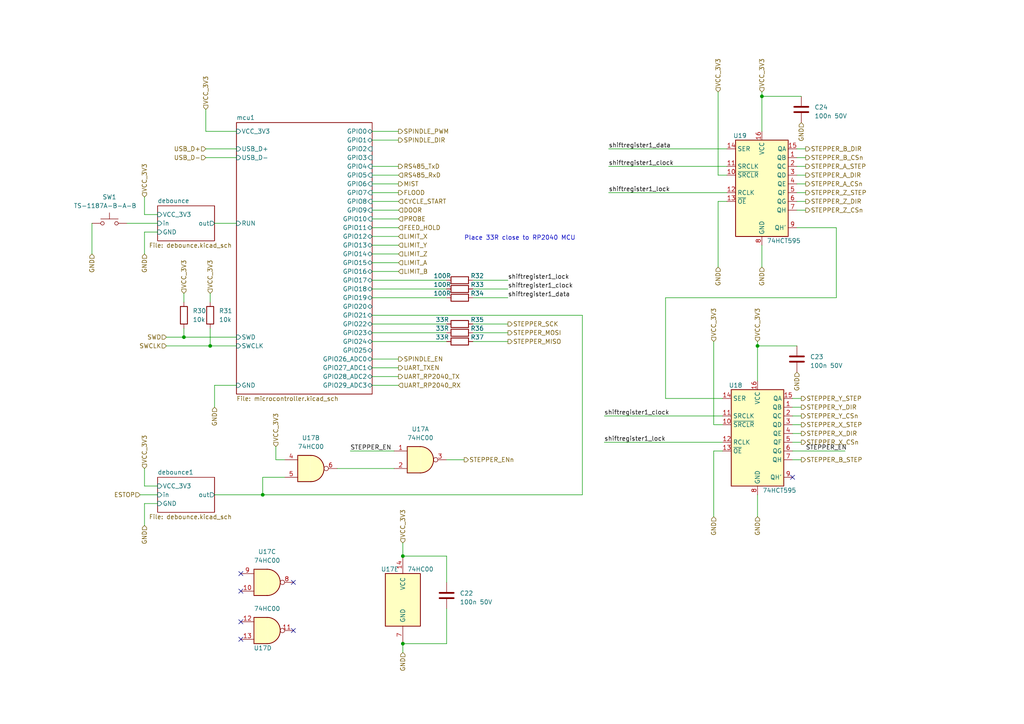
<source format=kicad_sch>
(kicad_sch (version 20211123) (generator eeschema)
  (paper "A4")
  (lib_symbols
    (symbol "74xx:74HC00" (pin_names (offset 1.016))
      (property "Reference" "U" (at 0 1.27 0))
      (property "Value" "74HC00" (at 0 -1.27 0))
      (symbol "74HC00_1_1"
        (arc (start 0 -3.81) (mid 3.81 0) (end 0 3.81) (stroke (width 0.254)) (fill (type background)))
        (polyline (pts (xy 0 3.81) (xy -3.81 3.81) (xy -3.81 -3.81) (xy 0 -3.81)) (stroke (width 0.254)) (fill (type background)))
        (pin input line (at -7.62 2.54 0) (length 3.81) (name "~") (number "1"))
        (pin input line (at -7.62 -2.54 0) (length 3.81) (name "~") (number "2"))
        (pin output inverted (at 7.62 0 180) (length 3.81) (name "~") (number "3"))
      )
      (symbol "74HC00_1_2"
        (arc (start -3.81 -3.81) (mid -2.589 0) (end -3.81 3.81) (stroke (width 0.254)))
        (arc (start -0.6096 -3.81) (mid 2.1855 -2.584) (end 3.81 0) (stroke (width 0.254)) (fill (type background)))
        (polyline (pts (xy -3.81 -3.81) (xy -0.635 -3.81)) (stroke (width 0.254)) (fill (type background)))
        (polyline (pts (xy -3.81 3.81) (xy -0.635 3.81)) (stroke (width 0.254)) (fill (type background)))
        (polyline (pts (xy -0.635 3.81) (xy -3.81 3.81) (xy -3.81 3.81) (xy -3.556 3.4036) (xy -3.0226 2.2606) (xy -2.6924 1.0414) (xy -2.6162 -0.254) (xy -2.7686 -1.4986) (xy -3.175 -2.7178) (xy -3.81 -3.81) (xy -3.81 -3.81) (xy -0.635 -3.81)) (stroke (width -25.4)) (fill (type background)))
        (arc (start 3.81 0) (mid 2.1928 2.5925) (end -0.6096 3.81) (stroke (width 0.254)) (fill (type background)))
        (pin input inverted (at -7.62 2.54 0) (length 4.318) (name "~") (number "1"))
        (pin input inverted (at -7.62 -2.54 0) (length 4.318) (name "~") (number "2"))
        (pin output line (at 7.62 0 180) (length 3.81) (name "~") (number "3"))
      )
      (symbol "74HC00_2_1"
        (arc (start 0 -3.81) (mid 3.81 0) (end 0 3.81) (stroke (width 0.254)) (fill (type background)))
        (polyline (pts (xy 0 3.81) (xy -3.81 3.81) (xy -3.81 -3.81) (xy 0 -3.81)) (stroke (width 0.254)) (fill (type background)))
        (pin input line (at -7.62 2.54 0) (length 3.81) (name "~") (number "4"))
        (pin input line (at -7.62 -2.54 0) (length 3.81) (name "~") (number "5"))
        (pin output inverted (at 7.62 0 180) (length 3.81) (name "~") (number "6"))
      )
      (symbol "74HC00_2_2"
        (arc (start -3.81 -3.81) (mid -2.589 0) (end -3.81 3.81) (stroke (width 0.254)))
        (arc (start -0.6096 -3.81) (mid 2.1855 -2.584) (end 3.81 0) (stroke (width 0.254)) (fill (type background)))
        (polyline (pts (xy -3.81 -3.81) (xy -0.635 -3.81)) (stroke (width 0.254)) (fill (type background)))
        (polyline (pts (xy -3.81 3.81) (xy -0.635 3.81)) (stroke (width 0.254)) (fill (type background)))
        (polyline (pts (xy -0.635 3.81) (xy -3.81 3.81) (xy -3.81 3.81) (xy -3.556 3.4036) (xy -3.0226 2.2606) (xy -2.6924 1.0414) (xy -2.6162 -0.254) (xy -2.7686 -1.4986) (xy -3.175 -2.7178) (xy -3.81 -3.81) (xy -3.81 -3.81) (xy -0.635 -3.81)) (stroke (width -25.4)) (fill (type background)))
        (arc (start 3.81 0) (mid 2.1928 2.5925) (end -0.6096 3.81) (stroke (width 0.254)) (fill (type background)))
        (pin input inverted (at -7.62 2.54 0) (length 4.318) (name "~") (number "4"))
        (pin input inverted (at -7.62 -2.54 0) (length 4.318) (name "~") (number "5"))
        (pin output line (at 7.62 0 180) (length 3.81) (name "~") (number "6"))
      )
      (symbol "74HC00_3_1"
        (arc (start 0 -3.81) (mid 3.81 0) (end 0 3.81) (stroke (width 0.254)) (fill (type background)))
        (polyline (pts (xy 0 3.81) (xy -3.81 3.81) (xy -3.81 -3.81) (xy 0 -3.81)) (stroke (width 0.254)) (fill (type background)))
        (pin input line (at -7.62 -2.54 0) (length 3.81) (name "~") (number "10"))
        (pin output inverted (at 7.62 0 180) (length 3.81) (name "~") (number "8"))
        (pin input line (at -7.62 2.54 0) (length 3.81) (name "~") (number "9"))
      )
      (symbol "74HC00_3_2"
        (arc (start -3.81 -3.81) (mid -2.589 0) (end -3.81 3.81) (stroke (width 0.254)))
        (arc (start -0.6096 -3.81) (mid 2.1855 -2.584) (end 3.81 0) (stroke (width 0.254)) (fill (type background)))
        (polyline (pts (xy -3.81 -3.81) (xy -0.635 -3.81)) (stroke (width 0.254)) (fill (type background)))
        (polyline (pts (xy -3.81 3.81) (xy -0.635 3.81)) (stroke (width 0.254)) (fill (type background)))
        (polyline (pts (xy -0.635 3.81) (xy -3.81 3.81) (xy -3.81 3.81) (xy -3.556 3.4036) (xy -3.0226 2.2606) (xy -2.6924 1.0414) (xy -2.6162 -0.254) (xy -2.7686 -1.4986) (xy -3.175 -2.7178) (xy -3.81 -3.81) (xy -3.81 -3.81) (xy -0.635 -3.81)) (stroke (width -25.4)) (fill (type background)))
        (arc (start 3.81 0) (mid 2.1928 2.5925) (end -0.6096 3.81) (stroke (width 0.254)) (fill (type background)))
        (pin input inverted (at -7.62 -2.54 0) (length 4.318) (name "~") (number "10"))
        (pin output line (at 7.62 0 180) (length 3.81) (name "~") (number "8"))
        (pin input inverted (at -7.62 2.54 0) (length 4.318) (name "~") (number "9"))
      )
      (symbol "74HC00_4_1"
        (arc (start 0 -3.81) (mid 3.81 0) (end 0 3.81) (stroke (width 0.254)) (fill (type background)))
        (polyline (pts (xy 0 3.81) (xy -3.81 3.81) (xy -3.81 -3.81) (xy 0 -3.81)) (stroke (width 0.254)) (fill (type background)))
        (pin output inverted (at 7.62 0 180) (length 3.81) (name "~") (number "11"))
        (pin input line (at -7.62 2.54 0) (length 3.81) (name "~") (number "12"))
        (pin input line (at -7.62 -2.54 0) (length 3.81) (name "~") (number "13"))
      )
      (symbol "74HC00_4_2"
        (arc (start -3.81 -3.81) (mid -2.589 0) (end -3.81 3.81) (stroke (width 0.254)))
        (arc (start -0.6096 -3.81) (mid 2.1855 -2.584) (end 3.81 0) (stroke (width 0.254)) (fill (type background)))
        (polyline (pts (xy -3.81 -3.81) (xy -0.635 -3.81)) (stroke (width 0.254)) (fill (type background)))
        (polyline (pts (xy -3.81 3.81) (xy -0.635 3.81)) (stroke (width 0.254)) (fill (type background)))
        (polyline (pts (xy -0.635 3.81) (xy -3.81 3.81) (xy -3.81 3.81) (xy -3.556 3.4036) (xy -3.0226 2.2606) (xy -2.6924 1.0414) (xy -2.6162 -0.254) (xy -2.7686 -1.4986) (xy -3.175 -2.7178) (xy -3.81 -3.81) (xy -3.81 -3.81) (xy -0.635 -3.81)) (stroke (width -25.4)) (fill (type background)))
        (arc (start 3.81 0) (mid 2.1928 2.5925) (end -0.6096 3.81) (stroke (width 0.254)) (fill (type background)))
        (pin output line (at 7.62 0 180) (length 3.81) (name "~") (number "11"))
        (pin input inverted (at -7.62 2.54 0) (length 4.318) (name "~") (number "12"))
        (pin input inverted (at -7.62 -2.54 0) (length 4.318) (name "~") (number "13"))
      )
      (symbol "74HC00_5_0"
        (pin power_in line (at 0 12.7 270) (length 5.08) (name "VCC") (number "14"))
        (pin power_in line (at 0 -12.7 90) (length 5.08) (name "GND") (number "7"))
      )
      (symbol "74HC00_5_1"
        (rectangle (start -5.08 7.62) (end 5.08 -7.62) (stroke (width 0.254)) (fill (type background)))
      )
    )
    (symbol "74xx:74HCT595"
      (property "Reference" "U" (at -7.62 13.97 0))
      (property "Value" "74HCT595" (at -7.62 -16.51 0))
      (symbol "74HCT595_1_0"
        (pin tri_state line (at 10.16 7.62 180) (length 2.54) (name "QB") (number "1"))
        (pin input line (at -10.16 2.54 0) (length 2.54) (name "~{SRCLR}") (number "10"))
        (pin input line (at -10.16 5.08 0) (length 2.54) (name "SRCLK") (number "11"))
        (pin input line (at -10.16 -2.54 0) (length 2.54) (name "RCLK") (number "12"))
        (pin input line (at -10.16 -5.08 0) (length 2.54) (name "~{OE}") (number "13"))
        (pin input line (at -10.16 10.16 0) (length 2.54) (name "SER") (number "14"))
        (pin tri_state line (at 10.16 10.16 180) (length 2.54) (name "QA") (number "15"))
        (pin power_in line (at 0 15.24 270) (length 2.54) (name "VCC") (number "16"))
        (pin tri_state line (at 10.16 5.08 180) (length 2.54) (name "QC") (number "2"))
        (pin tri_state line (at 10.16 2.54 180) (length 2.54) (name "QD") (number "3"))
        (pin tri_state line (at 10.16 0 180) (length 2.54) (name "QE") (number "4"))
        (pin tri_state line (at 10.16 -2.54 180) (length 2.54) (name "QF") (number "5"))
        (pin tri_state line (at 10.16 -5.08 180) (length 2.54) (name "QG") (number "6"))
        (pin tri_state line (at 10.16 -7.62 180) (length 2.54) (name "QH") (number "7"))
        (pin power_in line (at 0 -17.78 90) (length 2.54) (name "GND") (number "8"))
        (pin output line (at 10.16 -12.7 180) (length 2.54) (name "QH'") (number "9"))
      )
      (symbol "74HCT595_1_1"
        (rectangle (start -7.62 12.7) (end 7.62 -15.24) (stroke (width 0.254)) (fill (type background)))
      )
    )
    (symbol "Device:C" (pin_numbers hide) (pin_names (offset 0.254))
      (property "Reference" "C" (at 0.635 2.54 0))
      (property "Value" "C" (at 0.635 -2.54 0))
      (symbol "C_0_1"
        (polyline (pts (xy -2.032 -0.762) (xy 2.032 -0.762)) (stroke (width 0.508)))
        (polyline (pts (xy -2.032 0.762) (xy 2.032 0.762)) (stroke (width 0.508)))
      )
      (symbol "C_1_1"
        (pin passive line (at 0 3.81 270) (length 2.794) (name "~") (number "1"))
        (pin passive line (at 0 -3.81 90) (length 2.794) (name "~") (number "2"))
      )
    )
    (symbol "Device:R" (pin_numbers hide) (pin_names (offset 0))
      (property "Reference" "R" (at 2.032 0 90))
      (property "Value" "R" (at 0 0 90))
      (symbol "R_0_1"
        (rectangle (start -1.016 -2.54) (end 1.016 2.54) (stroke (width 0.254)))
      )
      (symbol "R_1_1"
        (pin passive line (at 0 3.81 270) (length 1.27) (name "~") (number "1"))
        (pin passive line (at 0 -3.81 90) (length 1.27) (name "~") (number "2"))
      )
    )
    (symbol "Switch:SW_Push" (pin_numbers hide) (pin_names (offset 1.016) hide)
      (property "Reference" "SW" (at 1.27 2.54 0))
      (property "Value" "SW_Push" (at 0 -1.524 0))
      (symbol "SW_Push_0_1"
        (circle (center -2.032 0) (radius 0.508))
        (polyline (pts (xy 0 1.27) (xy 0 3.048)))
        (polyline (pts (xy 2.54 1.27) (xy -2.54 1.27)))
        (circle (center 2.032 0) (radius 0.508))
        (pin passive line (at -5.08 0 0) (length 2.54) (name "1") (number "1"))
        (pin passive line (at 5.08 0 180) (length 2.54) (name "2") (number "2"))
      )
    )
  )
  (junction (at 116.84 186.69))
  (junction (at 116.84 161.29))
  (junction (at 60.96 100.33))
  (junction (at 220.98 27.94))
  (junction (at 76.2 143.51))
  (junction (at 53.34 97.79))
  (junction (at 219.71 100.33))
  (no_connect (at 69.85 180.34))
  (no_connect (at 85.09 182.88))
  (no_connect (at 69.85 185.42))
  (no_connect (at 69.85 171.45))
  (no_connect (at 69.85 166.37))
  (no_connect (at 85.09 168.91))
  (no_connect (at 229.87 138.43))
  (wire (pts (xy 137.16 81.28) (xy 147.32 81.28)))
  (wire (pts (xy 129.54 161.29) (xy 129.54 168.91)))
  (wire (pts (xy 53.34 97.79) (xy 68.58 97.79)))
  (wire (pts (xy 107.95 71.12) (xy 115.57 71.12)))
  (wire (pts (xy 176.53 48.26) (xy 210.82 48.26)))
  (wire (pts (xy 219.71 100.33) (xy 231.14 100.33)))
  (wire (pts (xy 129.54 186.69) (xy 116.84 186.69)))
  (wire (pts (xy 45.72 146.05) (xy 41.91 146.05)))
  (wire (pts (xy 207.01 130.81) (xy 207.01 149.86)))
  (wire (pts (xy 220.98 71.12) (xy 220.98 77.47)))
  (wire (pts (xy 107.95 96.52) (xy 129.54 96.52)))
  (wire (pts (xy 231.14 66.04) (xy 242.57 66.04)))
  (wire (pts (xy 107.95 48.26) (xy 115.57 48.26)))
  (wire (pts (xy 45.72 140.97) (xy 41.91 140.97)))
  (wire (pts (xy 59.69 45.72) (xy 68.58 45.72)))
  (wire (pts (xy 107.95 60.96) (xy 115.57 60.96)))
  (wire (pts (xy 107.95 63.5) (xy 115.57 63.5)))
  (wire (pts (xy 175.26 128.27) (xy 209.55 128.27)))
  (wire (pts (xy 209.55 123.19) (xy 207.01 123.19)))
  (wire (pts (xy 229.87 128.27) (xy 232.41 128.27)))
  (wire (pts (xy 229.87 123.19) (xy 232.41 123.19)))
  (wire (pts (xy 76.2 143.51) (xy 168.91 143.51)))
  (wire (pts (xy 107.95 50.8) (xy 115.57 50.8)))
  (wire (pts (xy 107.95 68.58) (xy 115.57 68.58)))
  (wire (pts (xy 209.55 130.81) (xy 207.01 130.81)))
  (wire (pts (xy 242.57 66.04) (xy 242.57 86.36)))
  (wire (pts (xy 80.01 133.35) (xy 82.55 133.35)))
  (wire (pts (xy 176.53 55.88) (xy 210.82 55.88)))
  (wire (pts (xy 107.95 76.2) (xy 115.57 76.2)))
  (wire (pts (xy 62.23 64.77) (xy 68.58 64.77)))
  (wire (pts (xy 231.14 53.34) (xy 233.68 53.34)))
  (wire (pts (xy 107.95 58.42) (xy 115.57 58.42)))
  (wire (pts (xy 220.98 27.94) (xy 220.98 38.1)))
  (wire (pts (xy 107.95 111.76) (xy 115.57 111.76)))
  (wire (pts (xy 231.14 58.42) (xy 233.68 58.42)))
  (wire (pts (xy 129.54 161.29) (xy 116.84 161.29)))
  (wire (pts (xy 60.96 85.09) (xy 60.96 87.63)))
  (wire (pts (xy 242.57 86.36) (xy 193.04 86.36)))
  (wire (pts (xy 207.01 99.06) (xy 207.01 123.19)))
  (wire (pts (xy 107.95 53.34) (xy 115.57 53.34)))
  (wire (pts (xy 107.95 109.22) (xy 115.57 109.22)))
  (wire (pts (xy 116.84 157.48) (xy 116.84 161.29)))
  (wire (pts (xy 208.28 26.67) (xy 208.28 50.8)))
  (wire (pts (xy 210.82 50.8) (xy 208.28 50.8)))
  (wire (pts (xy 129.54 176.53) (xy 129.54 186.69)))
  (wire (pts (xy 231.14 48.26) (xy 233.68 48.26)))
  (wire (pts (xy 107.95 104.14) (xy 115.57 104.14)))
  (wire (pts (xy 220.98 27.94) (xy 232.41 27.94)))
  (wire (pts (xy 107.95 78.74) (xy 115.57 78.74)))
  (wire (pts (xy 60.96 100.33) (xy 68.58 100.33)))
  (wire (pts (xy 220.98 26.67) (xy 220.98 27.94)))
  (wire (pts (xy 107.95 73.66) (xy 115.57 73.66)))
  (wire (pts (xy 137.16 96.52) (xy 147.32 96.52)))
  (wire (pts (xy 116.84 186.69) (xy 116.84 189.23)))
  (wire (pts (xy 107.95 55.88) (xy 115.57 55.88)))
  (wire (pts (xy 208.28 58.42) (xy 208.28 77.47)))
  (wire (pts (xy 210.82 58.42) (xy 208.28 58.42)))
  (wire (pts (xy 41.91 57.15) (xy 41.91 62.23)))
  (wire (pts (xy 45.72 62.23) (xy 41.91 62.23)))
  (wire (pts (xy 48.26 100.33) (xy 60.96 100.33)))
  (wire (pts (xy 41.91 135.89) (xy 41.91 140.97)))
  (wire (pts (xy 59.69 31.75) (xy 59.69 38.1)))
  (wire (pts (xy 168.91 91.44) (xy 168.91 143.51)))
  (wire (pts (xy 231.14 50.8) (xy 233.68 50.8)))
  (wire (pts (xy 59.69 43.18) (xy 68.58 43.18)))
  (wire (pts (xy 129.54 133.35) (xy 134.62 133.35)))
  (wire (pts (xy 137.16 99.06) (xy 147.32 99.06)))
  (wire (pts (xy 48.26 97.79) (xy 53.34 97.79)))
  (wire (pts (xy 107.95 106.68) (xy 115.57 106.68)))
  (wire (pts (xy 107.95 66.04) (xy 115.57 66.04)))
  (wire (pts (xy 107.95 38.1) (xy 115.57 38.1)))
  (wire (pts (xy 53.34 95.25) (xy 53.34 97.79)))
  (wire (pts (xy 97.79 135.89) (xy 114.3 135.89)))
  (wire (pts (xy 219.71 100.33) (xy 219.71 110.49)))
  (wire (pts (xy 101.6 130.81) (xy 114.3 130.81)))
  (wire (pts (xy 137.16 86.36) (xy 147.32 86.36)))
  (wire (pts (xy 80.01 129.54) (xy 80.01 133.35)))
  (wire (pts (xy 107.95 86.36) (xy 129.54 86.36)))
  (wire (pts (xy 41.91 67.31) (xy 41.91 73.66)))
  (wire (pts (xy 45.72 67.31) (xy 41.91 67.31)))
  (wire (pts (xy 53.34 85.09) (xy 53.34 87.63)))
  (wire (pts (xy 107.95 40.64) (xy 115.57 40.64)))
  (wire (pts (xy 36.83 64.77) (xy 45.72 64.77)))
  (wire (pts (xy 229.87 115.57) (xy 232.41 115.57)))
  (wire (pts (xy 41.91 146.05) (xy 41.91 152.4)))
  (wire (pts (xy 59.69 38.1) (xy 68.58 38.1)))
  (wire (pts (xy 137.16 83.82) (xy 147.32 83.82)))
  (wire (pts (xy 229.87 120.65) (xy 232.41 120.65)))
  (wire (pts (xy 60.96 95.25) (xy 60.96 100.33)))
  (wire (pts (xy 193.04 86.36) (xy 193.04 115.57)))
  (wire (pts (xy 107.95 91.44) (xy 168.91 91.44)))
  (wire (pts (xy 107.95 99.06) (xy 129.54 99.06)))
  (wire (pts (xy 62.23 143.51) (xy 76.2 143.51)))
  (wire (pts (xy 26.67 64.77) (xy 26.67 73.66)))
  (wire (pts (xy 107.95 93.98) (xy 129.54 93.98)))
  (wire (pts (xy 76.2 138.43) (xy 76.2 143.51)))
  (wire (pts (xy 176.53 43.18) (xy 210.82 43.18)))
  (wire (pts (xy 229.87 118.11) (xy 232.41 118.11)))
  (wire (pts (xy 231.14 55.88) (xy 233.68 55.88)))
  (wire (pts (xy 231.14 60.96) (xy 233.68 60.96)))
  (wire (pts (xy 219.71 99.06) (xy 219.71 100.33)))
  (wire (pts (xy 107.95 81.28) (xy 129.54 81.28)))
  (wire (pts (xy 229.87 125.73) (xy 232.41 125.73)))
  (wire (pts (xy 82.55 138.43) (xy 76.2 138.43)))
  (wire (pts (xy 229.87 130.81) (xy 245.11 130.81)))
  (wire (pts (xy 40.64 143.51) (xy 45.72 143.51)))
  (wire (pts (xy 231.14 43.18) (xy 233.68 43.18)))
  (wire (pts (xy 193.04 115.57) (xy 209.55 115.57)))
  (wire (pts (xy 231.14 45.72) (xy 233.68 45.72)))
  (wire (pts (xy 107.95 83.82) (xy 129.54 83.82)))
  (wire (pts (xy 137.16 93.98) (xy 147.32 93.98)))
  (wire (pts (xy 175.26 120.65) (xy 209.55 120.65)))
  (wire (pts (xy 219.71 143.51) (xy 219.71 149.86)))
  (wire (pts (xy 229.87 133.35) (xy 232.41 133.35)))
  (wire (pts (xy 62.23 111.76) (xy 68.58 111.76)))
  (wire (pts (xy 62.23 111.76) (xy 62.23 118.11)))
  (text "Place 33R close to RP2040 MCU" (at 134.62 69.85 0) (effects (font (size 1.27 1.27)) (justify left bottom)))
  (label "shiftregister1_lock" (at 176.53 55.88 0))
  (label "shiftregister1_clock" (at 176.53 48.26 0))
  (label "shiftregister1_data" (at 176.53 43.18 0))
  (label "shiftregister1_data" (at 147.32 86.36 0))
  (label "shiftregister1_clock" (at 175.26 120.65 0))
  (label "STEPPER_EN" (at 101.6 130.81 0))
  (label "STEPPER_EN" (at 233.68 130.81 0))
  (label "shiftregister1_lock" (at 175.26 128.27 0))
  (label "shiftregister1_lock" (at 147.32 81.28 0))
  (label "shiftregister1_clock" (at 147.32 83.82 0))
  (hierarchical_label "MIST" (shape output) (at 115.57 53.34 0))
  (hierarchical_label "SPINDLE_EN" (shape output) (at 115.57 104.14 0))
  (hierarchical_label "FLOOD" (shape output) (at 115.57 55.88 0))
  (hierarchical_label "GND" (shape input) (at 232.41 35.56 270))
  (hierarchical_label "VCC_3V3" (shape input) (at 60.96 85.09 90))
  (hierarchical_label "PROBE" (shape input) (at 115.57 63.5 0))
  (hierarchical_label "GND" (shape input) (at 220.98 77.47 270))
  (hierarchical_label "UART_RP2040_RX" (shape input) (at 115.57 111.76 0))
  (hierarchical_label "SWD" (shape input) (at 48.26 97.79 180))
  (hierarchical_label "VCC_3V3" (shape input) (at 207.01 99.06 90))
  (hierarchical_label "STEPPER_MOSI" (shape output) (at 147.32 96.52 0))
  (hierarchical_label "GND" (shape input) (at 219.71 149.86 270))
  (hierarchical_label "VCC_3V3" (shape input) (at 208.28 26.67 90))
  (hierarchical_label "STEPPER_Z_STEP" (shape output) (at 233.68 55.88 0))
  (hierarchical_label "UART_RP2040_TX" (shape output) (at 115.57 109.22 0))
  (hierarchical_label "STEPPER_B_CSn" (shape output) (at 233.68 45.72 0))
  (hierarchical_label "STEPPER_Y_DIR" (shape output) (at 232.41 118.11 0))
  (hierarchical_label "VCC_3V3" (shape input) (at 41.91 135.89 90))
  (hierarchical_label "STEPPER_Z_CSn" (shape output) (at 233.68 60.96 0))
  (hierarchical_label "STEPPER_SCK" (shape output) (at 147.32 93.98 0))
  (hierarchical_label "STEPPER_A_DIR" (shape output) (at 233.68 50.8 0))
  (hierarchical_label "USB_D-" (shape input) (at 59.69 45.72 180))
  (hierarchical_label "STEPPER_X_CSn" (shape output) (at 232.41 128.27 0))
  (hierarchical_label "LIMIT_B" (shape input) (at 115.57 78.74 0))
  (hierarchical_label "VCC_3V3" (shape input) (at 53.34 85.09 90))
  (hierarchical_label "LIMIT_X" (shape input) (at 115.57 68.58 0))
  (hierarchical_label "USB_D+" (shape input) (at 59.69 43.18 180))
  (hierarchical_label "SPINDLE_PWM" (shape output) (at 115.57 38.1 0))
  (hierarchical_label "LIMIT_Z" (shape input) (at 115.57 73.66 0))
  (hierarchical_label "LIMIT_Y" (shape input) (at 115.57 71.12 0))
  (hierarchical_label "DOOR" (shape input) (at 115.57 60.96 0))
  (hierarchical_label "GND" (shape input) (at 208.28 77.47 270))
  (hierarchical_label "GND" (shape input) (at 41.91 73.66 270))
  (hierarchical_label "ESTOP" (shape input) (at 40.64 143.51 180))
  (hierarchical_label "GND" (shape input) (at 26.67 73.66 270))
  (hierarchical_label "GND" (shape input) (at 41.91 152.4 270))
  (hierarchical_label "VCC_3V3" (shape input) (at 41.91 57.15 90))
  (hierarchical_label "SPINDLE_DIR" (shape output) (at 115.57 40.64 0))
  (hierarchical_label "STEPPER_B_DIR" (shape output) (at 233.68 43.18 0))
  (hierarchical_label "GND" (shape input) (at 231.14 107.95 270))
  (hierarchical_label "STEPPER_A_CSn" (shape output) (at 233.68 53.34 0))
  (hierarchical_label "LIMIT_A" (shape input) (at 115.57 76.2 0))
  (hierarchical_label "STEPPER_Z_DIR" (shape output) (at 233.68 58.42 0))
  (hierarchical_label "STEPPER_A_STEP" (shape output) (at 233.68 48.26 0))
  (hierarchical_label "STEPPER_X_STEP" (shape output) (at 232.41 123.19 0))
  (hierarchical_label "RS485_TxD" (shape output) (at 115.57 48.26 0))
  (hierarchical_label "RS485_RxD" (shape input) (at 115.57 50.8 0))
  (hierarchical_label "STEPPER_Y_CSn" (shape output) (at 232.41 120.65 0))
  (hierarchical_label "SWCLK" (shape input) (at 48.26 100.33 180))
  (hierarchical_label "STEPPER_MISO" (shape output) (at 147.32 99.06 0))
  (hierarchical_label "VCC_3V3" (shape input) (at 219.71 99.06 90))
  (hierarchical_label "STEPPER_X_DIR" (shape output) (at 232.41 125.73 0))
  (hierarchical_label "VCC_3V3" (shape input) (at 116.84 157.48 90))
  (hierarchical_label "VCC_3V3" (shape input) (at 220.98 26.67 90))
  (hierarchical_label "STEPPER_Y_STEP" (shape output) (at 232.41 115.57 0))
  (hierarchical_label "STEPPER_B_STEP" (shape output) (at 232.41 133.35 0))
  (hierarchical_label "CYCLE_START" (shape input) (at 115.57 58.42 0))
  (hierarchical_label "GND" (shape input) (at 207.01 149.86 270))
  (hierarchical_label "STEPPER_ENn" (shape output) (at 134.62 133.35 0))
  (hierarchical_label "VCC_3V3" (shape input) (at 59.69 31.75 90))
  (hierarchical_label "UART_TXEN" (shape output) (at 115.57 106.68 0))
  (hierarchical_label "GND" (shape input) (at 116.84 189.23 270))
  (hierarchical_label "FEED_HOLD" (shape input) (at 115.57 66.04 0))
  (hierarchical_label "VCC_3V3" (shape input) (at 80.01 129.54 90))
  (hierarchical_label "GND" (shape input) (at 62.23 118.11 270))
  (symbol (lib_id "Device:R") (at 60.96 91.44 0) (unit 1)
    (property "Reference" "R31" (at 63.5 90.1699 0) (effects (justify left)))
    (property "Value" "10k" (at 63.5 92.7099 0) (effects (justify left)))
    (property "Footprint" "Resistor_SMD:R_0402_1005Metric_Pad0.72x0.64mm_HandSolder" (effects hide))
    (property "LCSC" "C25744" (effects hide))
  )
  (symbol (lib_id "Device:R") (at 53.34 91.44 0) (unit 1)
    (property "Reference" "R30" (at 55.88 90.1699 0) (effects (justify left)))
    (property "Value" "10k" (at 55.88 92.7099 0) (effects (justify left)))
    (property "Footprint" "Resistor_SMD:R_0402_1005Metric_Pad0.72x0.64mm_HandSolder" (effects hide))
    (property "LCSC" "C25744" (effects hide))
  )
  (symbol (lib_id "Device:R") (at 133.35 83.82 90) (unit 1)
    (property "Reference" "R33" (at 138.43 82.55 90))
    (property "Value" "100R" (at 128.27 82.55 90))
    (property "Footprint" "Resistor_SMD:R_0603_1608Metric" (effects hide))
    (property "LCSC" "C22775" (effects hide))
  )
  (symbol (lib_id "Device:R") (at 133.35 93.98 90) (unit 1)
    (property "Reference" "R35" (at 138.43 92.71 90))
    (property "Value" "33R" (at 128.27 92.71 90))
    (property "Footprint" "Resistor_SMD:R_0402_1005Metric" (effects hide))
    (property "LCSC" "C25105" (effects hide))
  )
  (symbol (lib_id "Device:R") (at 133.35 99.06 90) (unit 1)
    (property "Reference" "R37" (at 138.43 97.79 90))
    (property "Value" "33R" (at 128.27 97.79 90))
    (property "Footprint" "Resistor_SMD:R_0402_1005Metric" (effects hide))
    (property "LCSC" "C25105" (effects hide))
  )
  (symbol (lib_id "74xx:74HC00") (at 90.17 135.89 0) (unit 2)
    (property "Reference" "U17" (at 90.17 127 0))
    (property "Value" "74HC00" (at 90.17 129.54 0))
    (property "Datasheet" "http://www.ti.com/lit/gpn/sn74hc00" (effects hide))
  )
  (symbol (lib_id "74xx:74HC00") (at 77.47 182.88 0) (unit 4)
    (property "Reference" "U17" (at 76.2 187.96 0))
    (property "Value" "74HC00" (at 77.47 176.53 0))
    (property "Datasheet" "http://www.ti.com/lit/gpn/sn74hc00" (effects hide))
  )
  (symbol (lib_id "74xx:74HCT595") (at 220.98 53.34 0) (unit 1)
    (property "Reference" "U19" (at 214.63 39.37 0))
    (property "Value" "74HCT595" (at 227.33 69.85 0))
    (property "Footprint" "Package_SO:SOIC-16_3.9x9.9mm_P1.27mm" (effects hide))
    (property "Datasheet" "https://assets.nexperia.com/documents/data-sheet/74HC_HCT595.pdf" (effects hide))
    (property "LCSC" "C5947" (effects hide))
  )
  (symbol (lib_id "Device:C") (at 231.14 104.14 0) (unit 1)
    (property "Reference" "C23" (at 234.95 103.5049 0) (effects (justify left)))
    (property "Value" "100n 50V" (at 234.95 106.0449 0) (effects (justify left)))
    (property "Footprint" "Capacitor_SMD:C_0402_1005Metric" (effects hide))
    (property "LCSC" "C307331" (effects hide))
  )
  (symbol (lib_id "74xx:74HCT595") (at 219.71 125.73 0) (unit 1)
    (property "Reference" "U18" (at 213.36 111.76 0))
    (property "Value" "74HCT595" (at 226.06 142.24 0))
    (property "Footprint" "Package_SO:SOIC-16_3.9x9.9mm_P1.27mm" (effects hide))
    (property "Datasheet" "https://assets.nexperia.com/documents/data-sheet/74HC_HCT595.pdf" (effects hide))
    (property "LCSC" "C5947" (effects hide))
  )
  (symbol (lib_id "Device:C") (at 129.54 172.72 0) (unit 1)
    (property "Reference" "C22" (at 133.35 172.0849 0) (effects (justify left)))
    (property "Value" "100n 50V" (at 133.35 174.6249 0) (effects (justify left)))
    (property "Footprint" "Capacitor_SMD:C_0402_1005Metric" (effects hide))
    (property "LCSC" "C307331" (effects hide))
  )
  (symbol (lib_id "Switch:SW_Push") (at 31.75 64.77 0) (unit 1)
    (property "Reference" "SW1" (at 31.75 57.15 0))
    (property "Value" "TS-1187A-B-A-B" (at 30.48 59.69 0))
    (property "Footprint" "Button_Switch_SMD:SW_SPST_TL3342" (effects hide))
    (property "LCSC" "C318884" (effects hide))
  )
  (symbol (lib_id "74xx:74HC00") (at 77.47 168.91 0) (unit 3)
    (property "Reference" "U17" (at 77.47 160.02 0))
    (property "Value" "74HC00" (at 77.47 162.56 0))
    (property "Datasheet" "http://www.ti.com/lit/gpn/sn74hc00" (effects hide))
  )
  (symbol (lib_id "74xx:74HC00") (at 116.84 173.99 0) (unit 5)
    (property "Reference" "U17" (at 110.49 165.1 0) (effects (justify left)))
    (property "Value" "74HC00" (at 118.11 165.1 0) (effects (justify left)))
    (property "Datasheet" "http://www.ti.com/lit/gpn/sn74hc00" (effects hide))
  )
  (symbol (lib_id "74xx:74HC00") (at 121.92 133.35 0) (unit 1)
    (property "Reference" "U17" (at 121.92 124.46 0))
    (property "Value" "74HC00" (at 121.92 127 0))
    (property "Footprint" "Package_SO:SOIC-14_3.9x8.7mm_P1.27mm" (effects hide))
    (property "Datasheet" "http://www.ti.com/lit/gpn/sn74hc00" (effects hide))
  )
  (symbol (lib_id "Device:R") (at 133.35 86.36 90) (unit 1)
    (property "Reference" "R34" (at 138.43 85.09 90))
    (property "Value" "100R" (at 128.27 85.09 90))
    (property "Footprint" "Resistor_SMD:R_0603_1608Metric" (effects hide))
    (property "LCSC" "C22775" (effects hide))
  )
  (symbol (lib_id "Device:C") (at 232.41 31.75 0) (unit 1)
    (property "Reference" "C24" (at 236.22 31.1149 0) (effects (justify left)))
    (property "Value" "100n 50V" (at 236.22 33.6549 0) (effects (justify left)))
    (property "Footprint" "Capacitor_SMD:C_0402_1005Metric" (effects hide))
    (property "LCSC" "C307331" (effects hide))
  )
  (symbol (lib_id "Device:R") (at 133.35 96.52 90) (unit 1)
    (property "Reference" "R36" (at 138.43 95.25 90))
    (property "Value" "33R" (at 128.27 95.25 90))
    (property "Footprint" "Resistor_SMD:R_0402_1005Metric" (effects hide))
    (property "LCSC" "C25105" (effects hide))
  )
  (symbol (lib_id "Device:R") (at 133.35 81.28 90) (unit 1)
    (property "Reference" "R32" (at 138.43 80.01 90))
    (property "Value" "100R" (at 128.27 80.01 90))
    (property "Footprint" "Resistor_SMD:R_0603_1608Metric" (effects hide))
    (property "LCSC" "C22775" (effects hide))
  )
  (sheet (at 68.58 35.56) (size 39.37 78.74) (stroke (width 0.1524))
    (property "Sheet name" "mcu1" (at 68.58 34.8484 0) (effects (justify left bottom)))
    (property "Sheet file" "microcontroller.kicad_sch" (at 68.58 114.8846 0) (effects (justify left top)))
    (pin "GPIO0" bidirectional (at 107.95 38.1 0))
    (pin "GPIO1" bidirectional (at 107.95 40.64 0))
    (pin "GPIO2" input (at 107.95 43.18 0))
    (pin "GPIO3" input (at 107.95 45.72 0))
    (pin "GPIO4" input (at 107.95 48.26 0))
    (pin "GPIO5" input (at 107.95 50.8 0))
    (pin "GPIO6" input (at 107.95 53.34 0))
    (pin "GPIO17" bidirectional (at 107.95 81.28 0))
    (pin "GPIO18" bidirectional (at 107.95 83.82 0))
    (pin "GPIO19" bidirectional (at 107.95 86.36 0))
    (pin "GPIO20" bidirectional (at 107.95 88.9 0))
    (pin "GPIO21" bidirectional (at 107.95 91.44 0))
    (pin "GPIO22" bidirectional (at 107.95 93.98 0))
    (pin "GPIO23" bidirectional (at 107.95 96.52 0))
    (pin "GPIO24" bidirectional (at 107.95 99.06 0))
    (pin "GPIO25" bidirectional (at 107.95 101.6 0))
    (pin "GPIO26_ADC0" bidirectional (at 107.95 104.14 0))
    (pin "GPIO27_ADC1" bidirectional (at 107.95 106.68 0))
    (pin "GPIO28_ADC2" bidirectional (at 107.95 109.22 0))
    (pin "GPIO29_ADC3" bidirectional (at 107.95 111.76 0))
    (pin "GPIO7" input (at 107.95 55.88 0))
    (pin "GPIO8" input (at 107.95 58.42 0))
    (pin "GPIO9" input (at 107.95 60.96 0))
    (pin "GPIO10" input (at 107.95 63.5 0))
    (pin "GPIO11" bidirectional (at 107.95 66.04 0))
    (pin "GPIO12" bidirectional (at 107.95 68.58 0))
    (pin "GPIO13" bidirectional (at 107.95 71.12 0))
    (pin "GPIO14" bidirectional (at 107.95 73.66 0))
    (pin "GPIO15" bidirectional (at 107.95 76.2 0))
    (pin "GPIO16" bidirectional (at 107.95 78.74 0))
    (pin "USB_D+" input (at 68.58 43.18 180))
    (pin "USB_D-" input (at 68.58 45.72 180))
    (pin "GND" input (at 68.58 111.76 180))
    (pin "SWCLK" input (at 68.58 100.33 180))
    (pin "RUN" input (at 68.58 64.77 180))
    (pin "SWD" input (at 68.58 97.79 180))
    (pin "VCC_3V3" input (at 68.58 38.1 180))
  )
  (sheet (at 45.72 59.69) (size 16.51 10.16) (stroke (width 0.1524))
    (property "Sheet name" "debounce" (at 45.72 58.9784 0) (effects (justify left bottom)))
    (property "Sheet file" "debounce.kicad_sch" (at 43.18 70.4346 0) (effects (justify left top)))
    (pin "GND" input (at 45.72 67.31 180))
    (pin "VCC_3V3" input (at 45.72 62.23 180))
    (pin "out" output (at 62.23 64.77 0))
    (pin "in" input (at 45.72 64.77 180))
  )
  (sheet (at 45.72 138.43) (size 16.51 10.16) (stroke (width 0.1524))
    (property "Sheet name" "debounce1" (at 45.72 137.7184 0) (effects (justify left bottom)))
    (property "Sheet file" "debounce.kicad_sch" (at 43.18 149.1746 0) (effects (justify left top)))
    (pin "GND" input (at 45.72 146.05 180))
    (pin "VCC_3V3" input (at 45.72 140.97 180))
    (pin "out" output (at 62.23 143.51 0))
    (pin "in" input (at 45.72 143.51 180))
  )
)
</source>
